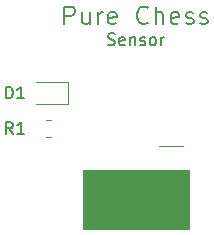
<source format=gbr>
%TF.GenerationSoftware,KiCad,Pcbnew,(6.0.6)*%
%TF.CreationDate,2022-09-03T18:56:24+02:00*%
%TF.ProjectId,Sensors,53656e73-6f72-4732-9e6b-696361645f70,Rev.02*%
%TF.SameCoordinates,Original*%
%TF.FileFunction,Legend,Top*%
%TF.FilePolarity,Positive*%
%FSLAX46Y46*%
G04 Gerber Fmt 4.6, Leading zero omitted, Abs format (unit mm)*
G04 Created by KiCad (PCBNEW (6.0.6)) date 2022-09-03 18:56:24*
%MOMM*%
%LPD*%
G01*
G04 APERTURE LIST*
%ADD10C,0.100000*%
%ADD11C,0.150000*%
%ADD12C,0.120000*%
G04 APERTURE END LIST*
D10*
G36*
X84500000Y-60000000D02*
G01*
X75500000Y-60000000D01*
X75500000Y-55000000D01*
X84500000Y-55000000D01*
X84500000Y-60000000D01*
G37*
X84500000Y-60000000D02*
X75500000Y-60000000D01*
X75500000Y-55000000D01*
X84500000Y-55000000D01*
X84500000Y-60000000D01*
D11*
X77666666Y-44404761D02*
X77809523Y-44452380D01*
X78047619Y-44452380D01*
X78142857Y-44404761D01*
X78190476Y-44357142D01*
X78238095Y-44261904D01*
X78238095Y-44166666D01*
X78190476Y-44071428D01*
X78142857Y-44023809D01*
X78047619Y-43976190D01*
X77857142Y-43928571D01*
X77761904Y-43880952D01*
X77714285Y-43833333D01*
X77666666Y-43738095D01*
X77666666Y-43642857D01*
X77714285Y-43547619D01*
X77761904Y-43500000D01*
X77857142Y-43452380D01*
X78095238Y-43452380D01*
X78238095Y-43500000D01*
X79047619Y-44404761D02*
X78952380Y-44452380D01*
X78761904Y-44452380D01*
X78666666Y-44404761D01*
X78619047Y-44309523D01*
X78619047Y-43928571D01*
X78666666Y-43833333D01*
X78761904Y-43785714D01*
X78952380Y-43785714D01*
X79047619Y-43833333D01*
X79095238Y-43928571D01*
X79095238Y-44023809D01*
X78619047Y-44119047D01*
X79523809Y-43785714D02*
X79523809Y-44452380D01*
X79523809Y-43880952D02*
X79571428Y-43833333D01*
X79666666Y-43785714D01*
X79809523Y-43785714D01*
X79904761Y-43833333D01*
X79952380Y-43928571D01*
X79952380Y-44452380D01*
X80380952Y-44404761D02*
X80476190Y-44452380D01*
X80666666Y-44452380D01*
X80761904Y-44404761D01*
X80809523Y-44309523D01*
X80809523Y-44261904D01*
X80761904Y-44166666D01*
X80666666Y-44119047D01*
X80523809Y-44119047D01*
X80428571Y-44071428D01*
X80380952Y-43976190D01*
X80380952Y-43928571D01*
X80428571Y-43833333D01*
X80523809Y-43785714D01*
X80666666Y-43785714D01*
X80761904Y-43833333D01*
X81380952Y-44452380D02*
X81285714Y-44404761D01*
X81238095Y-44357142D01*
X81190476Y-44261904D01*
X81190476Y-43976190D01*
X81238095Y-43880952D01*
X81285714Y-43833333D01*
X81380952Y-43785714D01*
X81523809Y-43785714D01*
X81619047Y-43833333D01*
X81666666Y-43880952D01*
X81714285Y-43976190D01*
X81714285Y-44261904D01*
X81666666Y-44357142D01*
X81619047Y-44404761D01*
X81523809Y-44452380D01*
X81380952Y-44452380D01*
X82142857Y-44452380D02*
X82142857Y-43785714D01*
X82142857Y-43976190D02*
X82190476Y-43880952D01*
X82238095Y-43833333D01*
X82333333Y-43785714D01*
X82428571Y-43785714D01*
X73964285Y-42678571D02*
X73964285Y-41178571D01*
X74535714Y-41178571D01*
X74678571Y-41250000D01*
X74750000Y-41321428D01*
X74821428Y-41464285D01*
X74821428Y-41678571D01*
X74750000Y-41821428D01*
X74678571Y-41892857D01*
X74535714Y-41964285D01*
X73964285Y-41964285D01*
X76107142Y-41678571D02*
X76107142Y-42678571D01*
X75464285Y-41678571D02*
X75464285Y-42464285D01*
X75535714Y-42607142D01*
X75678571Y-42678571D01*
X75892857Y-42678571D01*
X76035714Y-42607142D01*
X76107142Y-42535714D01*
X76821428Y-42678571D02*
X76821428Y-41678571D01*
X76821428Y-41964285D02*
X76892857Y-41821428D01*
X76964285Y-41750000D01*
X77107142Y-41678571D01*
X77250000Y-41678571D01*
X78321428Y-42607142D02*
X78178571Y-42678571D01*
X77892857Y-42678571D01*
X77750000Y-42607142D01*
X77678571Y-42464285D01*
X77678571Y-41892857D01*
X77750000Y-41750000D01*
X77892857Y-41678571D01*
X78178571Y-41678571D01*
X78321428Y-41750000D01*
X78392857Y-41892857D01*
X78392857Y-42035714D01*
X77678571Y-42178571D01*
X81035714Y-42535714D02*
X80964285Y-42607142D01*
X80750000Y-42678571D01*
X80607142Y-42678571D01*
X80392857Y-42607142D01*
X80250000Y-42464285D01*
X80178571Y-42321428D01*
X80107142Y-42035714D01*
X80107142Y-41821428D01*
X80178571Y-41535714D01*
X80250000Y-41392857D01*
X80392857Y-41250000D01*
X80607142Y-41178571D01*
X80750000Y-41178571D01*
X80964285Y-41250000D01*
X81035714Y-41321428D01*
X81678571Y-42678571D02*
X81678571Y-41178571D01*
X82321428Y-42678571D02*
X82321428Y-41892857D01*
X82250000Y-41750000D01*
X82107142Y-41678571D01*
X81892857Y-41678571D01*
X81750000Y-41750000D01*
X81678571Y-41821428D01*
X83607142Y-42607142D02*
X83464285Y-42678571D01*
X83178571Y-42678571D01*
X83035714Y-42607142D01*
X82964285Y-42464285D01*
X82964285Y-41892857D01*
X83035714Y-41750000D01*
X83178571Y-41678571D01*
X83464285Y-41678571D01*
X83607142Y-41750000D01*
X83678571Y-41892857D01*
X83678571Y-42035714D01*
X82964285Y-42178571D01*
X84250000Y-42607142D02*
X84392857Y-42678571D01*
X84678571Y-42678571D01*
X84821428Y-42607142D01*
X84892857Y-42464285D01*
X84892857Y-42392857D01*
X84821428Y-42250000D01*
X84678571Y-42178571D01*
X84464285Y-42178571D01*
X84321428Y-42107142D01*
X84250000Y-41964285D01*
X84250000Y-41892857D01*
X84321428Y-41750000D01*
X84464285Y-41678571D01*
X84678571Y-41678571D01*
X84821428Y-41750000D01*
X85464285Y-42607142D02*
X85607142Y-42678571D01*
X85892857Y-42678571D01*
X86035714Y-42607142D01*
X86107142Y-42464285D01*
X86107142Y-42392857D01*
X86035714Y-42250000D01*
X85892857Y-42178571D01*
X85678571Y-42178571D01*
X85535714Y-42107142D01*
X85464285Y-41964285D01*
X85464285Y-41892857D01*
X85535714Y-41750000D01*
X85678571Y-41678571D01*
X85892857Y-41678571D01*
X86035714Y-41750000D01*
%TO.C,D1*%
X69011904Y-48952380D02*
X69011904Y-47952380D01*
X69250000Y-47952380D01*
X69392857Y-48000000D01*
X69488095Y-48095238D01*
X69535714Y-48190476D01*
X69583333Y-48380952D01*
X69583333Y-48523809D01*
X69535714Y-48714285D01*
X69488095Y-48809523D01*
X69392857Y-48904761D01*
X69250000Y-48952380D01*
X69011904Y-48952380D01*
X70535714Y-48952380D02*
X69964285Y-48952380D01*
X70250000Y-48952380D02*
X70250000Y-47952380D01*
X70154761Y-48095238D01*
X70059523Y-48190476D01*
X69964285Y-48238095D01*
%TO.C,R1*%
X69583333Y-51952380D02*
X69250000Y-51476190D01*
X69011904Y-51952380D02*
X69011904Y-50952380D01*
X69392857Y-50952380D01*
X69488095Y-51000000D01*
X69535714Y-51047619D01*
X69583333Y-51142857D01*
X69583333Y-51285714D01*
X69535714Y-51380952D01*
X69488095Y-51428571D01*
X69392857Y-51476190D01*
X69011904Y-51476190D01*
X70535714Y-51952380D02*
X69964285Y-51952380D01*
X70250000Y-51952380D02*
X70250000Y-50952380D01*
X70154761Y-51095238D01*
X70059523Y-51190476D01*
X69964285Y-51238095D01*
D12*
%TO.C,J1*%
X84000000Y-53000000D02*
X82000000Y-53000000D01*
%TO.C,D1*%
X74247500Y-49460000D02*
X74247500Y-47540000D01*
X71562500Y-49460000D02*
X74247500Y-49460000D01*
X74247500Y-47540000D02*
X71562500Y-47540000D01*
%TO.C,R1*%
X72814564Y-50765000D02*
X72360436Y-50765000D01*
X72814564Y-52235000D02*
X72360436Y-52235000D01*
%TD*%
M02*

</source>
